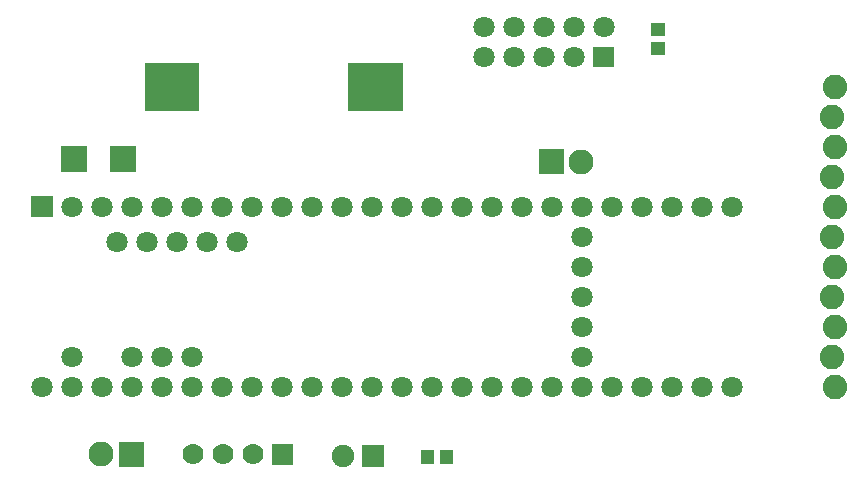
<source format=gbs>
G04 Layer: BottomSolderMaskLayer*
G04 EasyEDA v6.4.19.5, 2021-06-04T13:03:27+02:00*
G04 efa6938f2177404b8bb2681d1be77202,563db0ff5b334ec4995e7372edb549dc,10*
G04 Gerber Generator version 0.2*
G04 Scale: 100 percent, Rotated: No, Reflected: No *
G04 Dimensions in millimeters *
G04 leading zeros omitted , absolute positions ,4 integer and 5 decimal *
%FSLAX45Y45*%
%MOMM*%

%ADD34C,2.0828*%
%ADD35C,1.8031*%
%ADD38C,1.7780*%
%ADD40C,2.1032*%
%ADD41C,1.9016*%
%ADD43C,1.8016*%

%LPD*%
D34*
G01*
X7035800Y-889000D03*
G01*
X7010400Y-1143000D03*
G01*
X7035800Y-1397000D03*
G01*
X7010400Y-1651000D03*
G01*
X7035800Y-1905000D03*
G01*
X7010400Y-2159000D03*
G01*
X7035800Y-2413000D03*
G01*
X7010400Y-2667000D03*
G01*
X7035800Y-2921000D03*
G01*
X7010400Y-3175000D03*
G01*
X7035800Y-3429000D03*
D35*
G01*
X4387011Y-1903984D03*
G01*
X4641011Y-1903984D03*
G01*
X4895011Y-1903984D03*
G01*
X5149011Y-1903984D03*
G01*
X4133011Y-1903984D03*
G01*
X3879011Y-1903984D03*
G01*
X3625011Y-1903984D03*
G01*
X5403011Y-1903984D03*
G01*
X5657011Y-1903984D03*
G01*
X5911011Y-1903984D03*
G01*
X6165011Y-1903984D03*
G01*
X4895011Y-2157984D03*
G01*
X4895011Y-2411984D03*
G01*
X4895011Y-2665984D03*
G01*
X4895011Y-2919984D03*
G01*
X4895011Y-3173984D03*
G01*
X6165011Y-3427984D03*
G01*
X5911011Y-3427984D03*
G01*
X5657011Y-3427984D03*
G01*
X5403011Y-3427984D03*
G01*
X5149011Y-3427984D03*
G01*
X4895011Y-3427984D03*
G01*
X4641011Y-3427984D03*
G01*
X4387011Y-3427984D03*
G01*
X3371011Y-1903984D03*
G01*
X3117037Y-1903984D03*
G01*
X2863037Y-1903984D03*
G01*
X2609037Y-1903984D03*
G01*
X2355037Y-1903984D03*
G01*
X2101037Y-1903984D03*
G01*
X1847037Y-1903984D03*
G01*
X1593037Y-1903984D03*
G01*
X1339037Y-1903984D03*
G01*
X1085037Y-1903984D03*
G01*
X831037Y-1903984D03*
G01*
X577037Y-1903984D03*
G36*
X232918Y-1994154D02*
G01*
X232918Y-1813813D01*
X413257Y-1813813D01*
X413257Y-1994154D01*
G37*
G01*
X4133011Y-3427984D03*
G01*
X3879011Y-3427984D03*
G01*
X3625011Y-3427984D03*
G01*
X3371011Y-3427984D03*
G01*
X3117037Y-3427984D03*
G01*
X2863037Y-3427984D03*
G01*
X2609037Y-3427984D03*
G01*
X2355037Y-3427984D03*
G01*
X2101037Y-3427984D03*
G01*
X1847037Y-3427984D03*
G01*
X1593037Y-3427984D03*
G01*
X1339037Y-3427984D03*
G01*
X1085037Y-3427984D03*
G01*
X831037Y-3427984D03*
G01*
X577037Y-3427984D03*
G01*
X323037Y-3427984D03*
G01*
X577037Y-3173984D03*
G01*
X1085037Y-3173984D03*
G01*
X1339037Y-3173984D03*
G01*
X1593037Y-3173984D03*
G01*
X958037Y-2203983D03*
G01*
X1212037Y-2203983D03*
G01*
X1466037Y-2203983D03*
G01*
X1720037Y-2203983D03*
G01*
X1974037Y-2203983D03*
G36*
X895604Y-1608836D02*
G01*
X895604Y-1388363D01*
X1116076Y-1388363D01*
X1116076Y-1608836D01*
G37*
G36*
X484123Y-1608836D02*
G01*
X484123Y-1388363D01*
X704595Y-1388363D01*
X704595Y-1608836D01*
G37*
G36*
X2273300Y-4089400D02*
G01*
X2273300Y-3911600D01*
X2451100Y-3911600D01*
X2451100Y-4089400D01*
G37*
D38*
G01*
X2108200Y-4000500D03*
G01*
X1854200Y-4000500D03*
G01*
X1600200Y-4000500D03*
G36*
X974344Y-4105655D02*
G01*
X974344Y-3895344D01*
X1184655Y-3895344D01*
X1184655Y-4105655D01*
G37*
D40*
G01*
X825500Y-4000500D03*
G36*
X4530343Y-1629155D02*
G01*
X4530343Y-1418844D01*
X4740656Y-1418844D01*
X4740656Y-1629155D01*
G37*
G01*
X4889500Y-1524000D03*
D41*
G01*
X2870200Y-4013200D03*
G36*
X3029204Y-4108195D02*
G01*
X3029204Y-3918204D01*
X3219195Y-3918204D01*
X3219195Y-4108195D01*
G37*
G36*
X3535172Y-4086097D02*
G01*
X3535172Y-3965702D01*
X3645408Y-3965702D01*
X3645408Y-4086097D01*
G37*
G36*
X3695191Y-4086097D02*
G01*
X3695191Y-3965702D01*
X3805427Y-3965702D01*
X3805427Y-4086097D01*
G37*
G36*
X5477002Y-617728D02*
G01*
X5477002Y-507492D01*
X5597397Y-507492D01*
X5597397Y-617728D01*
G37*
G36*
X5477002Y-457707D02*
G01*
X5477002Y-347471D01*
X5597397Y-347471D01*
X5597397Y-457707D01*
G37*
G36*
X2915920Y-1093978D02*
G01*
X2915920Y-684021D01*
X3376168Y-684021D01*
X3376168Y-1093978D01*
G37*
G36*
X1195831Y-1093978D02*
G01*
X1195831Y-684021D01*
X1656079Y-684021D01*
X1656079Y-1093978D01*
G37*
D43*
G01*
X4826000Y-381000D03*
G01*
X4572000Y-381000D03*
G01*
X4064000Y-381000D03*
G01*
X4064000Y-635000D03*
G01*
X4318000Y-381000D03*
G01*
X4318000Y-635000D03*
G01*
X4572000Y-635000D03*
G01*
X4826000Y-635000D03*
G01*
X5080000Y-381000D03*
G36*
X4989829Y-718820D02*
G01*
X4989829Y-551179D01*
X5170170Y-551179D01*
X5170170Y-718820D01*
G37*
M02*

</source>
